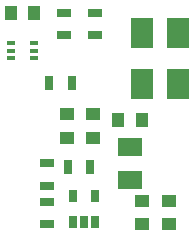
<source format=gbr>
G04 #@! TF.FileFunction,Paste,Top*
%FSLAX46Y46*%
G04 Gerber Fmt 4.6, Leading zero omitted, Abs format (unit mm)*
G04 Created by KiCad (PCBNEW 4.0.6) date 04/09/19 16:20:27*
%MOMM*%
%LPD*%
G01*
G04 APERTURE LIST*
%ADD10C,0.100000*%
%ADD11R,0.650000X0.400000*%
%ADD12R,1.300000X0.700000*%
%ADD13R,0.700000X1.300000*%
%ADD14R,0.650000X1.060000*%
%ADD15R,1.250000X1.000000*%
%ADD16R,1.000000X1.250000*%
%ADD17R,2.000000X1.500000*%
%ADD18R,1.950000X2.500000*%
G04 APERTURE END LIST*
D10*
D11*
X144401000Y-73505000D03*
X144401000Y-74805000D03*
X146301000Y-74155000D03*
X144401000Y-74155000D03*
X146301000Y-74805000D03*
X146301000Y-73505000D03*
D12*
X147411000Y-83675000D03*
X147411000Y-85575000D03*
X147411000Y-86925000D03*
X147411000Y-88825000D03*
D13*
X147611000Y-76865000D03*
X149511000Y-76865000D03*
D12*
X151471000Y-72855000D03*
X151471000Y-70955000D03*
X148891000Y-72845000D03*
X148891000Y-70945000D03*
D14*
X149621000Y-88635000D03*
X150571000Y-88635000D03*
X151521000Y-88635000D03*
X151521000Y-86435000D03*
X149621000Y-86435000D03*
D15*
X157761000Y-86865000D03*
X157761000Y-88865000D03*
X155451000Y-86865000D03*
X155451000Y-88865000D03*
D16*
X155441000Y-80025000D03*
X153441000Y-80025000D03*
D13*
X151071000Y-83975000D03*
X149171000Y-83975000D03*
D17*
X154431000Y-85115000D03*
X154431000Y-82315000D03*
D15*
X151351000Y-81525000D03*
X151351000Y-79525000D03*
X149131000Y-81525000D03*
X149131000Y-79525000D03*
D18*
X158536000Y-76975000D03*
X155486000Y-76975000D03*
X158546000Y-72675000D03*
X155496000Y-72675000D03*
D16*
X146331000Y-70925000D03*
X144331000Y-70925000D03*
M02*

</source>
